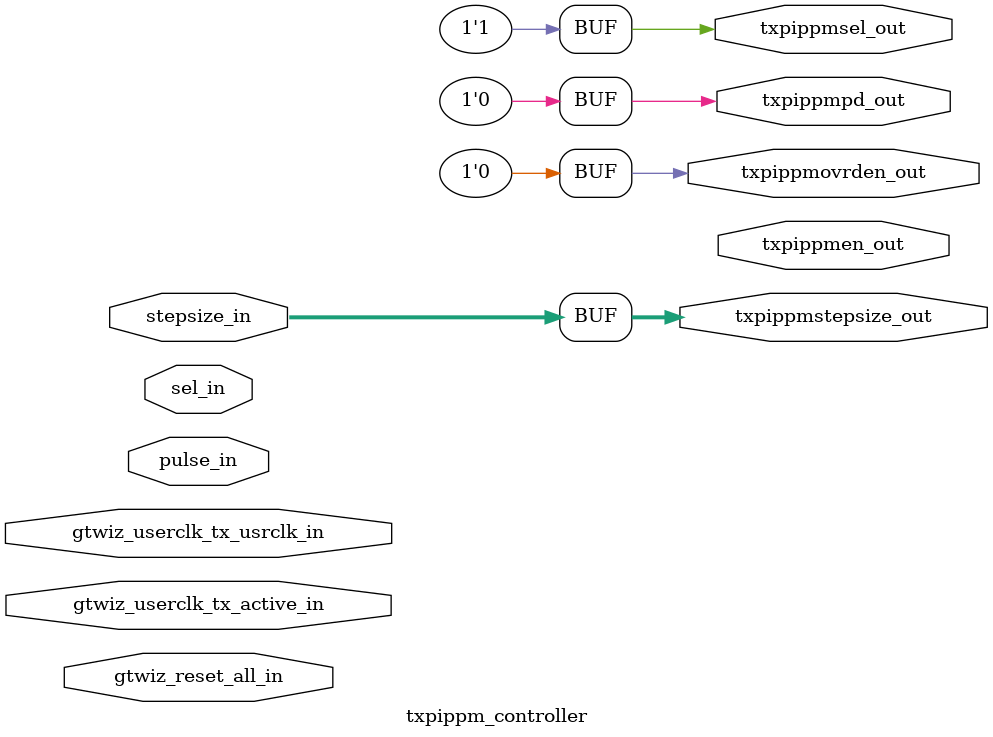
<source format=v>
module txpippm_controller (
    input  wire sel_in,
    input  wire pulse_in,
    input  wire [5-1 : 0] stepsize_in,
    // TXUSRCLK input
    input  wire gtwiz_userclk_tx_usrclk_in,
    input  wire gtwiz_userclk_tx_active_in,
    // User-provided ports for reset helper block(s) (free-running clock domain)
    input  wire gtwiz_reset_all_in,
    // TX phase interpolator PPM controller (async)
    output wire txpippmen_out,
    output wire txpippmovrden_out,
    output wire txpippmsel_out,
    output wire txpippmpd_out,
    output wire [5-1 : 0] txpippmstepsize_out
);

    wire reset_int = gtwiz_reset_all_in || ~gtwiz_userclk_tx_active_in;

    wire reset_sync;

    (* DONT_TOUCH = "TRUE" *)
    reset_synchronizer reset_synchronizer_reset_inst (
        .clk_in    (gtwiz_userclk_tx_usrclk_in),
        .reset_in  (reset_int                 ),
        .reset_out (reset_sync                )
    );

    // TODO: Implement state machine

    // Normal operation
    assign txpippmovrden_out   = 1'b0;
    // Use the TX phase interpolator PPM controller
    assign txpippmsel_out      = 1'b1;
    // Do not power down the TX phase interpolator PPM controller
    assign txpippmpd_out       = 1'b0;

    assign txpippmstepsize_out = stepsize_in;

endmodule

</source>
